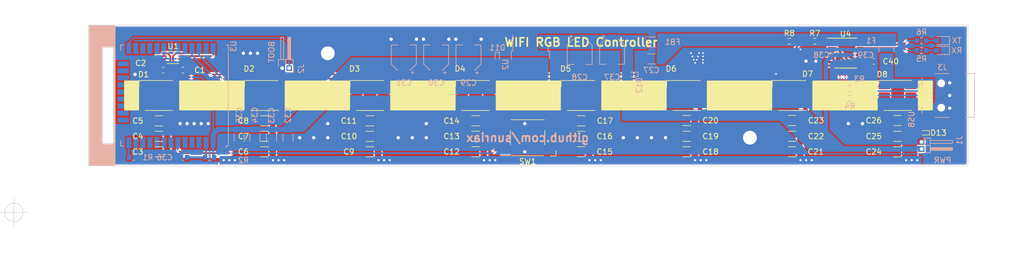
<source format=kicad_pcb>
(kicad_pcb (version 20211014) (generator pcbnew)
  (title_block (title "WIFI RGB LED Controller") (date "2022-03-14") (rev "1.0") (company "g.raf^engineering"))
  (layers (0 "F.Cu" signal) (31 "B.Cu" signal) (34 "B.Paste" user) (35 "F.Paste" user) (36 "B.SilkS" user "B.Silkscreen") (37 "F.SilkS" user "F.Silkscreen") (38 "B.Mask" user) (39 "F.Mask" user) (44 "Edge.Cuts" user))
  (net 0 "")
  (net 1 "+5V")
  (net 2 "GND")
  (net 3 "Net-(C27-Pad1)")
  (net 4 "VCC")
  (net 5 "+3V3")
  (net 6 "Net-(C36-Pad1)")
  (net 7 "Net-(D1-Pad1)")
  (net 8 "Net-(D1-Pad2)")
  (net 9 "Net-(D1-Pad5)")
  (net 10 "Net-(D1-Pad6)")
  (net 11 "Net-(D2-Pad5)")
  (net 12 "Net-(D2-Pad6)")
  (net 13 "Net-(D3-Pad5)")
  (net 14 "Net-(D3-Pad6)")
  (net 15 "Net-(D4-Pad5)")
  (net 16 "Net-(D4-Pad6)")
  (net 17 "Net-(D5-Pad5)")
  (net 18 "Net-(D5-Pad6)")
  (net 19 "Net-(D6-Pad5)")
  (net 20 "Net-(D6-Pad6)")
  (net 21 "Net-(D7-Pad5)")
  (net 22 "Net-(D7-Pad6)")
  (net 25 "Net-(D9-Pad2)")
  (net 26 "Net-(D10-Pad2)")
  (net 27 "Net-(F1-Pad2)")
  (net 28 "Net-(J2-Pad1)")
  (net 29 "Net-(J3-Pad2)")
  (net 30 "Net-(J3-Pad3)")
  (net 32 "Net-(R3-Pad2)")
  (net 33 "Net-(R4-Pad1)")
  (net 34 "Net-(R5-Pad2)")
  (net 35 "Net-(R6-Pad1)")
  (net 36 "Net-(SW1-Pad2)")
  (net 37 "CLK")
  (net 38 "DATA")
  (net 61 "TXD")
  (net 62 "RXD")
  (net 70 "Net-(C40-Pad1)")
  (net 71 "Net-(R1-Pad1)")
  (net 73 "Net-(U4-Pad1)")
  (footprint "Capacitor_SMD:C_1206_3216Metric" (layer "F.Cu") (at 190.5 93.4212 180)
    (fp_text reference "C23")
    (fp_text value "10n")
  )
  (footprint "Capacitor_SMD:C_1206_3216Metric" (layer "F.Cu") (at 152.4 99.06 180)
    (fp_text reference "C15")
    (fp_text value "100n")
  )
  (footprint "LED_SMD:LED_RGB_5050-6" (layer "F.Cu") (at 171.45 88.9)
    (fp_text reference "D6")
    (fp_text value "APA102")
  )
  (footprint "Capacitor_SMD:C_0603_1608Metric" (layer "F.Cu") (at 80.518 84.328)
    (fp_text reference "C1")
    (fp_text value "10n")
  )
  (footprint "Diode_SMD:D_SOD-923" (layer "F.Cu") (at 214.503 95.631 180)
    (fp_text reference "D13")
    (fp_text value "ESD9B5.0ST5G")
  )
  (footprint "Capacitor_SMD:C_1206_3216Metric" (layer "F.Cu") (at 114.3 96.266 180)
    (fp_text reference "C10")
    (fp_text value "100n")
  )
  (footprint "Capacitor_SMD:C_1206_3216Metric" (layer "F.Cu") (at 190.5 99.06 180)
    (fp_text reference "C21")
    (fp_text value "100n")
  )
  (footprint "LED_SMD:LED_RGB_5050-6" (layer "F.Cu") (at 190.5 88.9)
    (fp_text reference "D7")
    (fp_text value "APA102")
  )
  (footprint "Capacitor_SMD:C_1206_3216Metric" (layer "F.Cu") (at 95.25 93.472 180)
    (fp_text reference "C8")
    (fp_text value "10n")
  )
  (footprint "LED_SMD:LED_RGB_5050-6" (layer "F.Cu") (at 133.35 88.9)
    (fp_text reference "D4")
    (fp_text value "APA102")
  )
  (footprint "Capacitor_SMD:C_1206_3216Metric" (layer "F.Cu") (at 76.2 96.266 180)
    (fp_text reference "C4")
    (fp_text value "100n")
  )
  (footprint "Capacitor_SMD:C_1206_3216Metric" (layer "F.Cu") (at 171.45 99.06 180)
    (fp_text reference "C18")
    (fp_text value "100n")
  )
  (footprint "Capacitor_SMD:C_1206_3216Metric" (layer "F.Cu") (at 76.2 93.472 180)
    (fp_text reference "C5")
    (fp_text value "10n")
  )
  (footprint "Capacitor_SMD:C_0603_1608Metric" (layer "F.Cu") (at 76.962 84.328 180)
    (fp_text reference "C2")
    (fp_text value "10n")
  )
  (footprint "LED_SMD:LED_RGB_5050-6" (layer "F.Cu") (at 114.3 88.9)
    (fp_text reference "D3")
    (fp_text value "APA102")
  )
  (footprint "MountingHole:MountingHole_2.5mm_Pad" (layer "F.Cu") (at 182.88 96.52)
    (fp_text reference "H2" hide)
    (fp_text value "MountingHole_Pad")
  )
  (footprint "Package_SO:SSOP-16_3.9x4.9mm_P0.635mm" (layer "F.Cu") (at 200.152 81.28)
    (fp_text reference "U4")
    (fp_text value "FT230XS")
  )
  (footprint "LED_SMD:LED_RGB_5050-6" (layer "F.Cu") (at 152.4 88.9)
    (fp_text reference "D5")
    (fp_text value "APA102")
  )
  (footprint "Capacitor_SMD:C_1206_3216Metric" (layer "F.Cu") (at 95.25 96.266 180)
    (fp_text reference "C7")
    (fp_text value "100n")
  )
  (footprint "Capacitor_SMD:C_1206_3216Metric" (layer "F.Cu") (at 209.55 99.06 180)
    (fp_text reference "C24")
    (fp_text value "100n")
  )
  (footprint "Capacitor_SMD:C_1206_3216Metric" (layer "F.Cu") (at 171.45 93.4212 180)
    (fp_text reference "C20")
    (fp_text value "10n")
  )
  (footprint "LED_SMD:LED_RGB_5050-6" (layer "F.Cu") (at 209.55 88.9)
    (fp_text reference "D8")
    (fp_text value "APA102")
  )
  (footprint "Capacitor_SMD:C_1206_3216Metric" (layer "F.Cu") (at 152.4 96.266 180)
    (fp_text reference "C16")
    (fp_text value "100n")
  )
  (footprint "Capacitor_SMD:C_1206_3216Metric" (layer "F.Cu") (at 209.55 96.266 180)
    (fp_text reference "C25")
    (fp_text value "100n")
  )
  (footprint "Capacitor_SMD:C_0603_1608Metric" (layer "F.Cu") (at 205.25 82.75)
    (fp_text reference "C40")
    (fp_text value "100n")
  )
  (footprint "Capacitor_SMD:C_1206_3216Metric" (layer "F.Cu") (at 133.35 99.06 180)
    (fp_text reference "C12")
    (fp_text value "100n")
  )
  (footprint "Capacitor_SMD:C_1206_3216Metric" (layer "F.Cu") (at 114.3 99.06 180)
    (fp_text reference "C9")
    (fp_text value "100n")
  )
  (footprint "Button_Switch_SMD:SW_SPST_Omron_B3FS-100xP" (layer "F.Cu") (at 142.748 96.52 180)
    (fp_text reference "SW1")
    (fp_text value "SW_Push_Dual")
  )
  (footprint "MountingHole:MountingHole_2.5mm_Pad" (layer "F.Cu") (at 106.68 81.28)
    (fp_text reference "H1" hide)
    (fp_text value "MountingHole_Pad")
  )
  (footprint "Package_SO:VSSOP-8_2.3x2mm_P0.5mm" (layer "F.Cu") (at 78.74 82.042)
    (fp_text reference "U1")
    (fp_text value "74LVC2T45DC")
  )
  (footprint "Capacitor_SMD:C_1206_3216Metric" (layer "F.Cu") (at 209.55 93.4212 180)
    (fp_text reference "C26")
    (fp_text value "10n")
  )
  (footprint "Resistor_SMD:R_0603_1608Metric" (layer "F.Cu") (at 194.6 79.1)
    (fp_text reference "R7")
    (fp_text value "1k8")
  )
  (footprint "Capacitor_SMD:C_1206_3216Metric" (layer "F.Cu") (at 133.35 96.266 180)
    (fp_text reference "C13")
    (fp_text value "100n")
  )
  (footprint "Capacitor_SMD:C_1206_3216Metric" (layer "F.Cu") (at 190.5 96.266 180)
    (fp_text reference "C22")
    (fp_text value "100n")
  )
  (footprint "Capacitor_SMD:C_1206_3216Metric" (layer "F.Cu") (at 152.4 93.472 180)
    (fp_text reference "C17")
    (fp_text value "10n")
  )
  (footprint "LED_SMD:LED_RGB_5050-6" (layer "F.Cu") (at 76.2 88.9)
    (fp_text reference "D1")
    (fp_text value "APA102")
  )
  (footprint "Capacitor_SMD:C_1206_3216Metric" (layer "F.Cu") (at 171.45 96.266 180)
    (fp_text reference "C19")
    (fp_text value "100n")
  )
  (footprint "Resistor_SMD:R_0603_1608Metric" (layer "F.Cu") (at 190 79.1)
    (fp_text reference "R8")
    (fp_text value "3k3")
  )
  (footprint "Capacitor_SMD:C_1206_3216Metric" (layer "F.Cu") (at 76.2 99.06 180)
    (fp_text reference "C3")
    (fp_text value "100n")
  )
  (footprint "Capacitor_SMD:C_1206_3216Metric" (layer "F.Cu") (at 114.3 93.472 180)
    (fp_text reference "C11")
    (fp_text value "10n")
  )
  (footprint "LED_SMD:LED_RGB_5050-6" (layer "F.Cu") (at 95.25 88.9)
    (fp_text reference "D2")
    (fp_text value "APA102")
  )
  (footprint "Capacitor_SMD:C_1206_3216Metric" (layer "F.Cu") (at 133.35 93.472 180)
    (fp_text reference "C14")
    (fp_text value "10n")
  )
  (footprint "Capacitor_SMD:C_1206_3216Metric" (layer "F.Cu") (at 95.25 99.06 180)
    (fp_text reference "C6")
    (fp_text value "100n")
  )
  (footprint "RF_Module:ESP32-WROOM-32U" (layer "B.Cu") (at 78.994 88.9 90)
    (fp_text reference "U3")
    (fp_text value "ESP32-WROOM-32U")
  )
  (footprint "Capacitor_SMD:CP_Elec_4x5.8" (layer "B.Cu") (at 120.396 82.042 90)
    (fp_text reference "C31")
    (fp_text value "n.B.")
  )
  (footprint "Capacitor_SMD:C_1206_3216Metric" (layer "B.Cu") (at 90.678 96.5 -90)
    (fp_text reference "C35")
    (fp_text value "10n")
  )
  (footprint "Fuse:Fuse_1210_3225Metric" (layer "B.Cu") (at 207.518 80.518 -90)
    (fp_text reference "F1")
    (fp_text value "705m")
  )
  (footprint "Diode_SMD:D_SOD-923" (layer "B.Cu") (at 161.9 85.1 180)
    (fp_text reference "D12")
    (fp_text value "ESD9B3.3ST5G")
  )
  (footprint "Resistor_SMD:R_0603_1608Metric" (layer "B.Cu") (at 200.914 87.63 180)
    (fp_text reference "R3")
    (fp_text value "27")
  )
  (footprint "Resistor_SMD:R_0603_1608Metric" (layer "B.Cu") (at 213.868 78.994)
    (fp_text reference "R6")
    (fp_text value "140")
  )
  (footprint "Resistor_SMD:R_0603_1608Metric" (layer "B.Cu") (at 213.868 80.772 180)
    (fp_text reference "R5")
    (fp_text value "140")
  )
  (footprint "Package_TO_SOT_SMD:TO-252-2" (layer "B.Cu") (at 143.256 83.312 -90)
    (fp_text reference "U2")
    (fp_text value "LM1117-3.3")
  )
  (footprint "Capacitor_SMD:C_0603_1608Metric" (layer "B.Cu") (at 198.8 82.4 -90)
    (fp_text reference "C38")
    (fp_text value "100n")
  )
  (footprint "LED_SMD:LED_0603_1608Metric" (layer "B.Cu") (at 217.424 80.772 180)
    (fp_text reference "D9" hide)
    (fp_text value "LED")
  )
  (footprint "Resistor_SMD:R_0603_1608Metric" (layer "B.Cu") (at 85.344 100.076)
    (fp_text reference "R2")
    (fp_text value "3k3")
  )
  (footprint "Connector_PinHeader_1.27mm:PinHeader_1x02_P1.27mm_Horizontal" (layer "B.Cu") (at 99.71 83.959 90)
    (fp_text reference "J2")
    (fp_text value "Conn_01x02_Male")
  )
  (footprint "Capacitor_SMD:C_0603_1608Metric" (layer "B.Cu") (at 200.6 82.4 -90)
    (fp_text reference "C39")
    (fp_text value "100n")
  )
  (footprint "Capacitor_SMD:CP_Elec_4x5.8" (layer "B.Cu") (at 132.08 82.042 90)
    (fp_text reference "C29")
    (fp_text value "100u")
  )
  (footprint "Capacitor_SMD:C_0603_1608Metric" (layer "B.Cu") (at 80.518 100.076 180)
    (fp_text reference "C36")
    (fp_text value "100n")
  )
  (footprint "Connector_USB:USB_Mini-B_Wuerth_65100516121_Horizontal" (layer "B.Cu") (at 217.424 88.9 -90)
    (fp_text reference "J3")
    (fp_text value "USB_B_Mini")
  )
  (footprint "LED_SMD:LED_0603_1608Metric" (layer "B.Cu") (at 217.424 78.994 180)
    (fp_text reference "D10" hide)
    (fp_text value "LED")
  )
  (footprint "Resistor_SMD:R_0603_1608Metric" (layer "B.Cu") (at 200.914 89.408)
    (fp_text reference "R4")
    (fp_text value "27")
  )
  (footprint "Capacitor_SMD:C_1206_3216Metric" (layer "B.Cu") (at 165.1 82.296 180)
    (fp_text reference "C27")
    (fp_text value "10n")
  )
  (footprint "Capacitor_SMD:CP_Elec_4x5.8" (layer "B.Cu") (at 126.238 82.042 90)
    (fp_text reference "C30")
    (fp_text value "n.B.")
  )
  (footprint "Inductor_SMD:L_1206_3216Metric" (layer "B.Cu") (at 165.1 79.248)
    (fp_text reference "FB1")
    (fp_text value "FerriteBead")
  )
  (footprint "Resistor_SMD:R_0603_1608Metric" (layer "B.Cu") (at 71.628 100.076)
    (fp_text reference "R1")
    (fp_text value "3k3")
  )
  (footprint "Capacitor_SMD:C_1206_3216Metric" (layer "B.Cu") (at 93.5 96.5 -90)
    (fp_text reference "C34")
    (fp_text value "10n")
  )
  (footprint "Capacitor_SMD:CP_Elec_4x5.8" (layer "B.Cu") (at 158 81 -90)
    (fp_text reference "C37")
    (fp_text value "n.B.")
  )
  (footprint "Capacitor_SMD:C_1206_3216Metric" (layer "B.Cu") (at 99.5 96.5 -90)
    (fp_text reference "C32")
    (fp_text value "100n")
  )
  (footprint "Diode_SMD:D_SOD-923" (layer "B.Cu") (at 137.287 81.915 -90)
    (fp_text reference "D11")
    (fp_text value "ESD9B3.3ST5G")
  )
  (footprint "Connector_PinHeader_1.27mm:PinHeader_1x02_P1.27mm_Horizontal" (layer "B.Cu") (at 213.868 98.552)
    (fp_text reference "J1")
    (fp_text value "Conn_01x02_Male")
  )
  (footprint "Capacitor_SMD:C_1206_3216Metric" (layer "B.Cu") (at 96.5 96.5 -90)
    (fp_text reference "C33")
    (fp_text value "100n")
  )
  (footprint "Capacitor_SMD:CP_Elec_4x5.8" (layer "B.Cu") (at 152.146 81.026 -90)
    (fp_text reference "C28")
    (fp_text value "100u")
  )
  (gr_rect (start 68 97.6) (end 66 80.2) (layer "Edge.Cuts") (width 0.1) (fill none))
  (gr_rect (start 63.5 76.2) (end 222.25 101.6) (layer "Edge.Cuts") (width 0.1) (fill none))
  (gr_text "github.com/sunriax" (at 142.748 96.52) (layer "B.SilkS") (effects (font (size 1.5 1.5) (thickness 0.3)) (justify mirror)))
  (gr_text "WIFI RGB LED Controller" (at 152.4 79.3) (layer "F.SilkS") (effects (font (size 1.5 1.5) (thickness 0.3))))
  (target plus (at 50 110) (size 5) (width 0.1) (layer "Edge.Cuts"))
  (segment (start 76.708 86.106) (end 77.737 85.077) (width 0.3) (layer "F.Cu") (net 1))
  (segment (start 78.232 81.788) (end 77.736 81.292) (width 0.3) (layer "F.Cu") (net 1))
  (segment (start 77.737 83.807) (end 78.232 83.312) (width 0.3) (layer "F.Cu") (net 1))
  (segment (start 212.09 100.584) (end 211.074 100.584) (width 0.8) (layer "F.Cu") (net 1))
  (segment (start 175.006 100.584) (end 173.99 100.584) (width 0.8) (layer "F.Cu") (net 1))
  (segment (start 172.925 100.535) (end 172.974 100.584) (width 0.8) (layer "F.Cu") (net 1))
  (segment (start 77.737 84.328) (end 77.737 83.807) (width 0.3) (layer "F.Cu") (net 1))
  (segment (start 115.775 96.266) (end 115.775 99.06) (width 0.8) (layer "F.Cu") (net 1))
  (segment (start 77.392 90.6) (end 76.708 89.916) (width 0.3) (layer "F.Cu") (net 1))
  (segment (start 153.875 99.06) (end 153.875 100.535) (width 0.8) (layer "F.Cu") (net 1))
  (segment (start 192.9 90.6) (end 192.9 91.58) (width 0.8) (layer "F.Cu") (net 1))
  (segment (start 192.9 91.58) (end 191.975 92.505) (width 0.8) (layer "F.Cu") (net 1))
  (segment (start 87.884 100.584) (end 88.9 100.584) (width 0.8) (layer "F.Cu") (net 1))
  (segment (start 96.725 92.505) (end 96.725 93.472) (width 0.8) (layer "F.Cu") (net 1))
  (segment (start 97.79 100.584) (end 98.806 100.584) (width 0.8) (layer "F.Cu") (net 1))
  (segment (start 172.925 96.266) (end 172.925 99.06) (width 0.8) (layer "F.Cu") (net 1))
  (segment (start 77.675 96.266) (end 77.675 99.06) (width 0.8) (layer "F.Cu") (net 1))
  (segment (start 135.89 100.584) (end 136.906 100.584) (width 0.8) (layer "F.Cu") (net 1))
  (segment (start 153.924 100.584) (end 154.94 100.584) (width 0.8) (layer "F.Cu") (net 1))
  (segment (start 77.675 99.06) (end 77.675 99.773) (width 0.8) (layer "F.Cu") (net 1))
  (segment (start 76.708 89.916) (end 76.708 86.106) (width 0.3) (layer "F.Cu") (net 1))
  (segment (start 116.84 100.584) (end 117.856 100.584) (width 0.8) (layer "F.Cu") (net 1))
  (segment (start 194.056 100.584) (end 193.04 100.584) (width 0.8) (layer "F.Cu") (net 1))
  (segment (start 211.025 92.505) (end 211.025 93.4212) (width 0.8) (layer "F.Cu") (net 1))
  (segment (start 116.7 90.6) (end 116.7 91.58) (width 0.8) (layer "F.Cu") (net 1))
  (segment (start 96.774 100.584) (end 97.79 100.584) (width 0.8) (layer "F.Cu") (net 1))
  (segment (start 96.725 93.472) (end 96.725 96.266) (width 0.8) (layer "F.Cu") (net 1))
  (segment (start 211.025 100.535) (end 211.074 100.584) (width 0.8) (layer "F.Cu") (net 1))
  (segment (start 77.675 99.773) (end 78.486 100.584) (width 0.8) (layer "F.Cu") (net 1))
  (segment (start 115.824 100.584) (end 116.84 100.584) (width 0.8) (layer "F.Cu") (net 1))
  (segment (start 77.736 81.292) (end 77.19 81.292) (width 0.3) (layer "F.Cu") (net 1))
  (segment (start 115.775 92.505) (end 115.775 93.472) (width 0.8) (layer "F.Cu") (net 1))
  (segment (start 96.725 99.06) (end 96.725 100.535) (width 0.8) (layer "F.Cu") (net 1))
  (segment (start 97.65 91.58) (end 96.725 92.505) (width 0.8) (layer "F.Cu") (net 1))
  (segment (start 134.825 99.06) (end 134.825 100.535) (width 0.8) (layer "F.Cu") (net 1))
  (segment (start 193.04 100.584) (end 192.024 100.584) (width 0.8) (layer "F.Cu") (net 1))
  (segment (start 134.825 92.505) (end 134.825 93.472) (width 0.8) (layer "F.Cu") (net 1))
  (segment (start 96.725 100.535) (end 96.774 100.584) (width 0.8) (layer "F.Cu") (net 1))
  (segment (start 154.8 91.58) (end 153.875 92.505) (width 0.8) (layer "F.Cu") (net 1))
  (segment (start 172.974 100.584) (end 173.99 100.584) (width 0.8) (layer "F.Cu") (net 1))
  (segment (start 172.925 92.505) (end 172.925 93.4212) (width 0.8) (layer "F.Cu") (net 1))
  (segment (start 77.675 92.505) (end 77.675 93.472) (width 0.8) (layer "F.Cu") (net 1))
  (segment (start 155.956 100.584) (end 154.94 100.584) (width 0.8) (layer "F.Cu") (net 1))
  (segment (start 134.825 93.472) (end 134.825 96.266) (width 0.8) (layer "F.Cu") (net 1))
  (segment (start 96.725 96.266) (end 96.725 99.06) (width 0.8) (layer "F.Cu") (net 1))
  (segment (start 211.025 99.06) (end 211.025 96.266) (width 0.8) (layer "F.Cu") (net 1))
  (segment (start 211.025 93.4212) (end 211.025 96.266) (width 0.8) (layer "F.Cu") (net 1))
  (segment (start 115.775 93.472) (end 115.775 96.266) (width 0.8) (layer "F.Cu") (net 1))
  (segment (start 135.75 90.6) (end 135.75 91.58) (width 0.8) (layer "F.Cu") (net 1))
  (segment (start 77.737 85.077) (end 77.737 84.328) (width 0.3) (layer "F.Cu") (net 1))
  (segment (start 153.875 93.472) (end 153.875 96.266) (width 0.8) (layer "F.Cu") (net 1))
  (segment (start 97.65 90.6) (end 97.65 91.58) (width 0.8) (layer "F.Cu") (net 1))
  (segment (start 135.75 91.58) (end 134.825 92.505) (width 0.8) (layer "F.Cu") (net 1))
  (segment (start 173.85 90.6) (end 173.85 91.58) (width 0.8) (layer "F.Cu") (net 1))
  (segment (start 191.975 96.266) (end 191.975 99.06) (width 0.8) (layer "F.Cu") (net 1))
  (segment (start 173.85 91.58) (end 172.925 92.505) (width 0.8) (layer "F.Cu") (net 1))
  (segment (start 211.95 91.58) (end 211.025 92.505) (width 0.8) (layer "F.Cu") (net 1))
  (segment (start 115.775 100.535) (end 115.824 100.584) (width 0.8) (layer "F.Cu") (net 1))
  (segment (start 153.875 100.535) (end 153.924 100.584) (width 0.8) (layer "F.Cu") (net 1))
  (segment (start 116.7 91.58) (end 115.775 92.505) (width 0.8) (layer "F.Cu") (net 1))
  (segment (start 134.874 100.584) (end 135.89 100.584) (width 0.8) (layer "F.Cu") (net 1))
  (segment (start 191.975 93.4212) (end 191.975 96.266) (width 0.8) (layer "F.Cu") (net 1))
  (segment (start 213.106 100.584) (end 212.09 100.584) (width 0.8) (layer "F.Cu") (net 1))
  (segment (start 191.975 92.505) (end 191.975 93.4212) (width 0.8) (layer "F.Cu") (net 1))
  (segment (start 134.825 96.266) (end 134.825 99.06) (width 0.8) (layer "F.Cu") (net 1))
  (segment (start 211.025 99.06) (end 211.025 100.535) (width 0.8) (layer "F.Cu") (net 1))
  (segment (start 78.6 90.6) (end 77.392 90.6) (width 0.3) (layer "F.Cu") (net 1))
  (segment (start 78.6 91.58) (end 77.675 92.505) (width 0.8) (layer "F.Cu") (net 1))
  (segment (start 78.486 100.584) (end 87.884 100.584) (width 0.8) (layer "F.Cu") (net 1))
  (segment (start 191.975 99.06) (end 191.975 100.535) (width 0.8) (layer "F.Cu") (net 1))
  (segment (start 115.775 99.06) (end 115.775 100.535) (width 0.8) (layer "F.Cu") (net 1))
  (segment (start 153.875 96.266) (end 153.875 99.06) (width 0.8) (layer "F.Cu") (net 1))
  (segment (start 191.975 100.535) (end 192.024 100.584) (width 0.8) (layer "F.Cu") (net 1))
  (segment (start 78.6 90.6) (end 78.6 91.58) (width 0.8) (layer "F.Cu") (net 1))
  (segment (start 211.95 90.6) (end 211.95 91.58) (width 0.8) (layer "F.Cu") (net 1))
  (segment (start 153.875 92.505) (end 153.875 93.472) (width 0.8) (layer "F.Cu") (net 1))
  (segment (start 77.675 93.472) (end 77.675 96.266) (width 0.8) (layer "F.Cu") (net 1))
  (segment (start 154.8 90.6) (end 154.8 91.58) (width 0.8) (layer "F.Cu") (net 1))
  (segment (start 88.9 100.584) (end 89.916 100.584) (width 0.8) (layer "F.Cu") (net 1))
  (segment (start 172.925 93.4212) (end 172.925 96.266) (width 0.8) (layer "F.Cu") (net 1))
  (segment (start 78.232 83.312) (end 78.232 81.788) (width 0.3) (layer "F.Cu") (net 1))
  (segment (start 134.825 100.535) (end 134.874 100.584) (width 0.8) (layer "F.Cu") (net 1))
  (segment (start 172.925 99.06) (end 172.925 100.535) (width 0.8) (layer "F.Cu") (net 1))
  (via (at 88.9 100.584) (size 0.8) (drill 0.4) (layers "F.Cu" "B.Cu") (net 1))
  (via (at 115.824 100.584) (size 0.8) (drill 0.4) (layers "F.Cu" "B.Cu") (net 1))
  (via (at 194.056 100.584) (size 0.8) (drill 0.4) (layers "F.Cu" "B.Cu") (net 1))
  (via (at 117.856 100.584) (size 0.8) (drill 0.4) (layers "F.Cu" "B.Cu") (net 1))
  (via (at 213.106 100.584) (size 0.8) (drill 0.4) (layers "F.Cu" "B.Cu") (net 1))
  (via (at 136.906 100.584) (size 0.8) (drill 0.4) (layers "F.Cu" "B.Cu") (net 1))
  (via (at 154.94 100.584) (size 0.8) (drill 0.4) (layers "F.Cu" "B.Cu") (net 1))
  (via (at 116.84 100.584) (size 0.8) (drill 0.4) (layers "F.Cu" "B.Cu") (net 1))
  (via (at 175.006 100.584) (size 0.8) (drill 0.4) (layers "F.Cu" "B.Cu") (net 1))
  (via (at 155.956 100.584) (size 0.8) (drill 0.4) (layers "F.Cu" "B.Cu") (net 1))
  (via (at 89.916 100.584) (size 0.8) (drill 0.4) (layers "F.Cu" "B.Cu") (net 1))
  (via (at 98.806 100.584) (size 0.8) (drill 0.4) (layers "F.Cu" "B.Cu") (net 1))
  (via (at 172.974 100.584) (size 0.8) (drill 0.4) (layers "F.Cu" "B.Cu") (net 1))
  (via (at 211.074 100.584) (size 0.8) (drill 0.4) (layers "F.Cu" "B.Cu") (net 1))
  (via (at 193.04 100.584) (size 0.8) (drill 0.4) (layers "F.Cu" "B.Cu") (net 1))
  (via (at 192.024 100.584) (size 0.8) (drill 0.4) (layers "F.Cu" "B.Cu") (net 1))
  (via (at 97.79 100.584) (size 0.8) (drill 0.4) (layers "F.Cu" "B.Cu") (net 1))
  (via (at 135.89 100.584) (size 0.8) (drill 0.4) (layers "F.Cu" "B.Cu") (net 1))
  (via (at 87.884 100.584) (size 0.8) (drill 0.4) (layers "F.Cu" "B.Cu") (net 1))
  (via (at 96.774 100.584) (size 0.8) (drill 0.4) (layers "F.Cu" "B.Cu") (net 1))
  (via (at 212.09 100.584) (size 0.8) (drill 0.4) (layers "F.Cu" "B.Cu") (net 1))
  (via (at 134.874 100.584) (size 0.8) (drill 0.4) (layers "F.Cu" "B.Cu") (net 1))
  (via (at 173.99 100.584) (size 0.8) (drill 0.4) (layers "F.Cu" "B.Cu") (net 1))
  (via (at 153.924 100.584) (size 0.8) (drill 0.4) (layers "F.Cu" "B.Cu") (net 1))
  (via (at 106.68 96.52) (size 0.8) (drill 0.6) (layers "F.Cu" "B.Cu") (net 2))
  (via (at 160.02 96.52) (size 0.8) (drill 0.6) (layers "F.Cu" "B.Cu") (net 2))
  (via (at 174.4 83) (size 0.4) (drill 0.3) (layers "F.Cu" "B.Cu") (net 2))
  (via (at 172.25 81.25) (size 0.4) (drill 0.3) (layers "F.Cu" "B.Cu") (net 2))
  (via (at 165.1 96.52) (size 0.8) (drill 0.6) (layers "F.Cu" "B.Cu") (net 2))
  (via (at 173 83) (size 0.4) (drill 0.3) (layers "F.Cu" "B.Cu") (net 2))
  (via (at 174.4 82.45) (size 0.4) (drill 0.3) (layers "F.Cu" "B.Cu") (net 2))
  (via (at 174.4 81.85) (size 0.4) (drill 0.3) (layers "F.Cu" "B.Cu") (net 2))
  (via (at 218.948 88.9) (size 0.8) (drill 0.6) (layers "F.Cu" "B.Cu") (net 2))
  (via (at 203.2 93.98) (size 0.8) (drill 0.6) (layers "F.Cu" "B.Cu") (net 2))
  (via (at 122.682 78.74) (size 0.8) (drill 0.6) (layers "F.Cu" "B.Cu") (net 2))
  (via (at 81.28 93.98) (size 0.8) (drill 0.6) (layers "F.Cu" "B.Cu") (net 2))
  (via (at 134.366 78.74) (size 0.8) (drill 0.6) (layers "F.Cu" "B.Cu") (net 2))
  (via (at 124.46 96.52) (size 0.8) (drill 0.6) (layers "F.Cu" "B.Cu") (net 2))
  (via (at 118.11 78.74) (size 0.8) (drill 0.6) (layers "F.Cu" "B.Cu") (net 2))
  (via (at 167.64 96.52) (size 0.8) (drill 0.6) (layers "F.Cu" "B.Cu") (net 2))
  (via (at 92.71 81.28) (size 0.8) (drill 0.6) (layers "F.Cu" "B.Cu") (net 2))
  (via (at 104.14 96.52) (size 0.8) (drill 0.6) (layers "F.Cu" "B.Cu") (net 2))
  (via (at 123.952 78.74) (size 0.8) (drill 0.6) (layers "F.Cu" "B.Cu") (net 2))
  (via (at 85.09 93.98) (size 0.8) (drill 0.6) (layers "F.Cu" "B.Cu") (net 2))
  (via (at 172.75 82.45) (size 0.4) (drill 0.3) (layers "F.Cu" "B.Cu") (net 2))
  (via (at 142.24 93.98) (size 0.8) (drill 0.6) (layers "F.Cu" "B.Cu") (net 2))
  (via (at 129.794 78.74) (size 0.8) (drill 0.6) (layers "F.Cu" "B.Cu") (net 2))
  (via (at 119.38 96.52) (size 0.8) (drill 0.6) (layers "F.Cu" "B.Cu") (net 2))
  (via (at 218.948 91.186) (size 0.8) (drill 0.6) (layers "F.Cu" "B.Cu") (net 2))
  (via (at 93.98 81.28) (size 0.8) (drill 0.6) (layers "F.Cu" "B.Cu") (net 2))
  (via (at 82.55 93.98) (size 0.8) (drill 0.6) (layers "F.Cu" "B.Cu") (net 2))
  (via (at 173.7 81.25) (size 0.4) (drill 0.3) (layers "F.Cu" "B.Cu") (net 2))
  (via (at 121.92 96.52) (size 0.8) (drill 0.6) (layers "F.Cu" "B.Cu") (net 2))
  (via (at 174.4 81.25) (size 0.4) (drill 0.3) (layers "F.Cu" "B.Cu") (net 2))
  (via (at 142.24 99.06) (size 0.8) (drill 0.6) (layers "F.Cu" "B.Cu") (net 2))
  (via (at 194.8 82.7) (size 0.8) (drill 0.6) (layers "F.Cu" "B.Cu") (net 2))
  (via (at 200.66 93.98) (size 0.8) (drill 0.6) (layers "F.Cu" "B.Cu") (net 2))
  (via (at 101.6 96.52) (size 0.8) (drill 0.6) (layers "F.Cu" "B.Cu") (net 2))
  (via (at 162.56 96.52) (size 0.8) (drill 0.6) (layers "F.Cu" "B.Cu") (net 2))
  (via (at 71.882 85.09) (size 0.8) (drill 0.6) (layers "F.Cu" "B.Cu") (net 2))
  (via (at 172.5 81.85) (size 0.4) (drill 0.3) (layers "F.Cu" "B.Cu") (net 2))
  (via (at 173.3 82.45) (size 0.4) (drill 0.3) (layers "F.Cu" "B.Cu") (net 2))
  (via (at 218.948 86.614) (size 0.8) (drill 0.6) (layers "F.Cu" "B.Cu") (net 2))
  (via (at 128.524 78.74) (size 0.8) (drill 0.6) (layers "F.Cu" "B.Cu") (net 2))
  (via (at 193 82.7) (size 0.8) (drill 0.6) (layers "F.Cu" "B.Cu") (net 2))
  (via (at 106.68 93.98) (size 0.8) (drill 0.6) (layers "F.Cu" "B.Cu") (net 2))
  (via (at 124.46 93.98) (size 0.8) (drill 0.6) (layers "F.Cu" "B.Cu") (net 2))
  (via (at 187.6 85) (size 0.4) (drill 0.3) (layers "F.Cu" "B.Cu") (net 2))
  (via (at 173.5 81.85) (size 0.4) (drill 0.3) (layers "F.Cu" "B.Cu") (net 2))
  (via (at 83.82 93.98) (size 0.8) (drill 0.6) (layers "F.Cu" "B.Cu") (net 2))
  (via (at 91.44 81.28) (size 0.8) (drill 0.6) (layers "F.Cu" "B.Cu") (net 2))
  (via (at 192 80.6) (size 0.4) (drill 0.3) (layers "F.Cu" "B.Cu") (net 2))
  (via (at 80.01 93.98) (size 0.8) (drill 0.6) (layers "F.Cu" "B.Cu") (net 2))
  (segment (start 202.752 81.5975) (end 201.8475 81.5975) (width 0.4) (layer "F.Cu") (net 4))
  (via (at 201.8475 81.5975) (size 0.4) (drill 0.3) (layers "F.Cu" "B.Cu") (net 4))
  (segment (start 200.6 81.625) (end 198.8 81.625) (width 0.8) (layer "B.Cu") (net 4))
  (segment (start 197.2 82.2) (end 196.6 82.8) (width 0.8) (layer "B.Cu") (net 4))
  (segment (start 196.6 82.8) (end 196.6 96.8) (width 0.8) (layer "B.Cu") (net 4))
  (segment (start 201.8475 81.5975) (end 200.6275 81.5975) (width 0.4) (layer "B.Cu") (net 4))
  (segment (start 198.8 81.625) (end 197.775 81.625) (width 0.8) (layer "B.Cu") (net 4))
  (segment (start 197.775 81.625) (end 197.2 82.2) (width 0.8) (layer "B.Cu") (net 4))
  (segment (start 200.6275 81.5975) (end 200.6 81.625) (width 0.4) (layer "B.Cu") (net 4))
  (segment (start 79.743 84.328) (end 79.743 84.315) (width 0.3) (layer "F.Cu") (net 5))
  (segment (start 79.743 85.077) (end 79.743 84.328) (width 0.3) (layer "F.Cu") (net 5))
  (segment (start 78.74 81.788) (end 79.236 81.292) (width 0.3) (layer "F.Cu") (net 5))
  (segment (start 79.743 84.315) (end 78.74 83.312) (width 0.3) (layer "F.Cu") (net 5))
  (segment (start 80.264 85.598) (end 79.743 85.077) (width 0.3) (layer "F.Cu") (net 5))
  (segment (start 78.74 83.312) (end 78.74 81.788) (width 0.3) (layer "F.Cu") (net 5))
  (segment (start 79.236 81.292) (end 80.29 81.292) (width 0.3) (layer "F.Cu") (net 5))
  (segment (start 82.042 85.598) (end 80.264 85.598) (width 0.3) (layer "F.Cu") (net 5))
  (via (at 82.042 85.598) (size 0.4) (drill 0.3) (layers "F.Cu" "B.Cu") (net 5))
  (segment (start 86.839 95.025) (end 90.678 95.025) (width 0.9) (layer "B.Cu") (net 5))
  (segment (start 96.5 95.025) (end 93.5 95.025) (width 0.9) (layer "B.Cu") (net 5))
  (segment (start 93.5 95.025) (end 90.678 95.025) (width 0.9) (layer "B.Cu") (net 5))
  (segment (start 85.979 97.4) (end 85.979 99.886) (width 0.4) (layer "B.Cu") (net 5))
  (segment (start 83.82 85.598) (end 85.979 87.757) (width 0.3) (layer "B.Cu") (net 5))
  (segment (start 85.979 97.4) (end 85.979 95.885) (width 0.9) (layer "B.Cu") (net 5))
  (segment (start 85.979 87.757) (end 85.979 97.4) (width 0.3) (layer "B.Cu") (net 5))
  (segment (start 99.5 95.025) (end 96.5 95.025) (width 0.9) (layer "B.Cu") (net 5))
  (segment (start 85.979 95.885) (end 86.839 95.025) (width 0.9) (layer "B.Cu") (net 5))
  (segment (start 85.979 99.886) (end 86.169 100.076) (width 0.4) (layer "B.Cu") (net 5))
  (segment (start 82.042 85.598) (end 83.82 85.598) (width 0.3) (layer "B.Cu") (net 5))
  (segment (start 84.709 97.4) (end 84.709 99.886) (width 0.4) (layer "B.Cu") (net 6))
  (segment (start 84.709 99.886) (end 84.519 100.076) (width 0.4) (layer "B.Cu") (net 6))
  (segment (start 84.519 100.076) (end 81.293 100.076) (width 0.4) (layer "B.Cu") (net 6))
  (segment (start 75.743572 81.792) (end 77.19 81.792) (width 0.3) (layer "F.Cu") (net 7))
  (segment (start 74.09 87.2) (end 74.676 86.614) (width 0.3) (layer "F.Cu") (net 7))
  (segment (start 74.676 82.859572) (end 75.743572 81.792) (width 0.3) (layer "F.Cu") (net 7))
  (segment (start 73.8 87.2) (end 74.09 87.2) (width 0.3) (layer "F.Cu") (net 7))
  (segment (start 74.676 86.614) (end 74.676 82.859572) (width 0.3) (layer "F.Cu") (net 7))
  (segment (start 75.95 82.292) (end 77.19 82.292) (width 0.3) (layer "F.Cu") (net 8))
  (segment (start 75.38748 82.85452) (end 75.95 82.292) (width 0.3) (layer "F.Cu") (net 8))
  (segment (start 75.38748 88.18852) (end 75.38748 82.85452) (width 0.3) (layer "F.Cu") (net 8))
  (segment (start 73.8 88.9) (end 74.676 88.9) (width 0.3) (layer "F.Cu") (net 8))
  (segment (start 74.676 88.9) (end 75.38748 88.18852) (width 0.3) (layer "F.Cu") (net 8))
  (segment (start 90.55 87.85) (end 80.9 87.85) (width 0.25) (layer "F.Cu") (net 9))
  (segment (start 92.85 88.9) (end 91.6 88.9) (width 0.25) (layer "F.Cu") (net 9))
  (segment (start 91.6 88.9) (end 90.55 87.85) (width 0.25) (layer "F.Cu") (net 9))
  (segment (start 79.85 88.9) (end 78.6 88.9) (width 0.25) (layer "F.Cu") (net 9))
  (segment (start 80.9 87.85) (end 79.85 88.9) (width 0.25) (layer "F.Cu") (net 9))
  (segment (start 78.6 87.2) (end 92.85 87.2) (width 0.25) (layer "F.Cu") (net 10))
  (segment (start 97.65 88.9) (end 98.9 88.9) (width 0.25) (layer "F.Cu") (net 11))
  (segment (start 109.55 87.8) (end 110.65 88.9) (width 0.25) (layer "F.Cu") (net 11))
  (segment (start 98.9 88.9) (end 100 87.8) (width 0.25) (layer "F.Cu") (net 11))
  (segment (start 100 87.8) (end 109.55 87.8) (width 0.25) (layer "F.Cu") (net 11))
  (segment (start 110.65 88.9) (end 111.9 88.9) (width 0.25) (layer "F.Cu") (net 11))
  (segment (start 97.65 87.2) (end 111.9 87.2) (width 0.25) (layer "F.Cu") (net 12))
  (segment (start 119.05 87.8) (end 128.6 87.8) (width 0.25) (layer "F.Cu") (net 13))
  (segment (start 116.7 88.9) (end 117.95 88.9) (width 0.25) (layer "F.Cu") (net 13))
  (segment (start 128.6 87.8) (end 129.7 88.9) (width 0.25) (layer "F.Cu") (net 13))
  (segment (start 129.7 88.9) (end 130.95 88.9) (width 0.25) (layer "F.Cu") (net 13))
  (segment (start 117.95 88.9) (end 119.05 87.8) (width 0.25) (layer "F.Cu") (net 13))
  (segment (start 116.7 87.2) (end 130.95 87.2) (width 0.25) (layer "F.Cu") (net 14))
  (segment (start 135.75 88.9) (end 137 88.9) (width 0.25) (layer "F.Cu") (net 15))
  (segment (start 138.1 87.8) (end 147.65 87.8) (width 0.25) (layer "F.Cu") (net 15))
  (segment (start 148.75 88.9) (end 150 88.9) (width 0.25) (layer "F.Cu") (net 15))
  (segment (start 147.65 87.8) (end 148.75 88.9) (width 0.25) (layer "F.Cu") (net 15))
  (segment (start 137 88.9) (end 138.1 87.8) (width 0.25) (layer "F.Cu") (net 15))
  (segment (start 135.75 87.2) (end 150 87.2) (width 0.25) (layer "F.Cu") (net 16))
  (segment (start 166.7 87.8) (end 167.8 88.9) (width 0.25) (layer "F.Cu") (net 17))
  (segment (start 157.15 87.8) (end 166.7 87.8) (width 0.25) (layer "F.Cu") (net 17))
  (segment (start 156.05 88.9) (end 157.15 87.8) (width 0.25) (layer "F.Cu") (net 17))
  (segment (start 154.8 88.9) (end 156.05 88.9) (width 0.25) (layer "F.Cu") (net 17))
  (segment (start 167.8 88.9) (end 169.05 88.9) (width 0.25) (layer "F.Cu") (net 17))
  (segment (start 154.8 87.2) (end 169.05 87.2) (width 0.25) (layer "F.Cu") (net 18))
  (segment (start 175.1 88.9) (end 176.2 87.8) (width 0.25) (layer "F.Cu") (net 19))
  (segment (start 185.75 87.8) (end 186.85 88.9) (width 0.25) (layer "F.Cu") (net 19))
  (segment (start 186.85 88.9) (end 188.1 88.9) (width 0.25) (layer "F.Cu") (net 19))
  (segment (start 173.85 88.9) (end 175.1 88.9) (width 0.25) (layer "F.Cu") (net 19))
  (segment (start 176.2 87.8) (end 185.75 87.8) (width 0.25) (layer "F.Cu") (net 19))
  (segment (start 173.85 87.2) (end 188.1 87.2) (width 0.25) (layer "F.Cu") (net 20))
  (segment (start 194.15 88.9) (end 195.25 87.8) (width 0.25) (layer "F.Cu") (net 21))
  (segment (start 204.8 87.8) (end 205.9 88.9) (width 0.25) (layer "F.Cu") (net 21))
  (segment (start 205.9 88.9) (end 207.15 88.9) (width 0.25) (layer "F.Cu") (net 21))
  (segment (start 192.9 88.9) (end 194.15 88.9) (width 0.25) (layer "F.Cu") (net 21))
  (segment (start 195.25 87.8) (end 204.8 87.8) (width 0.25) (layer "F.Cu") (net 21))
  (segment (start 192.9 87.2) (end 207.15 87.2) (width 0.25) (layer "F.Cu") (net 22))
  (segment (start 214.693 80.772) (end 216.6365 80.772) (width 0.3) (layer "B.Cu") (net 25))
  (segment (start 214.693 78.994) (end 216.6365 78.994) (width 0.3) (layer "B.Cu") (net 26))
  (segment (start 71.628 78.486) (end 98.806 78.486) (width 0.25) (layer "B.Cu") (net 28))
  (segment (start 70.739 79.375) (end 71.628 78.486) (width 0.25) (layer "B.Cu") (net 28))
  (segment (start 99.71 79.39) (end 99.71 83.959) (width 0.25) (layer "B.Cu") (net 28))
  (segment (start 98.806 78.486) (end 99.71 79.39) (width 0.25) (layer "B.Cu") (net 28))
  (segment (start 70.739 80.4) (end 70.739 79.375) (width 0.25) (layer "B.Cu") (net 28))
  (segment (start 202.209 88.1) (end 214.824 88.1) (width 0.3) (layer "B.Cu") (net 29))
  (segment (start 201.739 87.63) (end 202.209 88.1) (width 0.3) (layer "B.Cu") (net 29))
  (segment (start 202.247 88.9) (end 214.824 88.9) (width 0.3) (layer "B.Cu") (net 30))
  (segment (start 201.739 89.408) (end 202.247 88.9) (width 0.3) (layer "B.Cu") (net 30))
  (segment (start 200.7235 83.5025) (end 200.089 84.137) (width 0.3) (layer "F.Cu") (net 32))
  (segment (start 202.752 83.5025) (end 200.7235 83.5025) (width 0.3) (layer "F.Cu") (net 32))
  (segment (start 200.089 84.137) (end 200.089 85.619423) (width 0.3) (layer "F.Cu") (net 32))
  (via (at 200.089 85.619423) (size 0.4) (drill 0.3) (layers "F.Cu" "B.Cu") (net 32))
  (segment (start 200.089 87.63) (end 200.089 85.619423) (width 0.3) (layer "B.Cu") (net 32))
  (segment (start 198.5645 83.5025) (end 199.136 84.074) (width 0.3) (layer "F.Cu") (net 33))
  (segment (start 199.136 84.074) (end 199.136 85.598) (width 0.3) (layer "F.Cu") (net 33))
  (segment (start 197.552 83.5025) (end 198.5645 83.5025) (width 0.3) (layer "F.Cu") (net 33))
  (via (at 199.136 85.598) (size 0.4) (drill 0.3) (layers "F.Cu" "B.Cu") (net 33))
  (segment (start 200.089 89.408) (end 199.898 89.408) (width 0.3) (layer "B.Cu") (net 33))
  (segment (start 199.898 89.408) (end 199.136 88.646) (width 0.3) (layer "B.Cu") (net 33))
  (segment (start 199.136 88.646) (end 199.136 85.598) (width 0.3) (layer "B.Cu") (net 33))
  (segment (start 202.752 80.3275) (end 210.6295 80.3275) (width 0.3) (layer "F.Cu") (net 34))
  (segment (start 210.6295 80.3275) (end 211.074 80.772) (width 0.3) (layer "F.Cu") (net 34))
  (via (at 211.074 80.772) (size 0.4) (drill 0.3) (layers "F.Cu" "B.Cu") (net 34))
  (segment (start 213.043 80.772) (end 211.074 80.772) (width 0.3) (layer "B.Cu") (net 34))
  (segment (start 202.752 79.6925) (end 210.6295 79.6925) (width 0.3) (layer "F.Cu") (net 35))
  (segment (start 210.6295 79.6925) (end 211.074 79.248) (width 0.3) (layer "F.Cu") (net 35))
  (via (at 211.074 79.248) (size 0.4) (drill 0.3) (layers "F.Cu" "B.Cu") (net 35))
  (segment (start 213.043 78.994) (end 211.328 78.994) (width 0.3) (layer "B.Cu") (net 35))
  (segment (start 211.328 78.994) (end 211.074 79.248) (width 0.3) (layer "B.Cu") (net 35))
  (segment (start 136.942 98.77) (end 136.652 99.06) (width 0.3) (layer "F.Cu") (net 36))
  (segment (start 80.264 99.314) (end 80.01 99.06) (width 0.3) (layer "F.Cu") (net 36))
  (segment (start 80.01 99.06) (end 79.756 98.806) (width 0.3) (layer "F.Cu") (net 36))
  (segment (start 89.154 99.314) (end 80.264 99.314) (width 0.3) (layer "F.Cu") (net 36))
  (segment (start 138.748 98.77) (end 136.942 98.77) (width 0.3) (layer "F.Cu") (net 36))
  (segment (start 138.748 94.27) (end 138.748 98.77) (width 0.3) (layer "F.Cu") (net 36))
  (via (at 136.652 99.06) (size 0.4) (drill 0.3) (layers "F.Cu" "B.Cu") (net 36))
  (via (at 79.756 98.806) (size 0.4) (drill 0.3) (layers "F.Cu" "B.Cu") (net 36))
  (via (at 89.154 99.314) (size 0.4) (drill 0.3) (layers "F.Cu" "B.Cu") (net 36))
  (segment (start 79.629 97.4) (end 79.629 98.679) (width 0.3) (layer "B.Cu") (net 36))
  (segment (start 136.652 99.06) (end 136.398 99.314) (width 0.3) (layer "B.Cu") (net 36))
  (segment (start 136.398 99.314) (end 89.154 99.314) (width 0.3) (layer "B.Cu") (net 36))
  (segment (start 79.629 98.679) (end 79.756 98.806) (width 0.3) (layer "B.Cu") (net 36))
  (segment (start 79.506 82.292) (end 79.502 82.296) (width 0.3) (layer "F.Cu") (net 37))
  (segment (start 80.29 82.292) (end 79.506 82.292) (width 0.3) (layer "F.Cu") (net 37))
  (via (at 79.502 82.296) (size 0.4) (drill 0.3) (layers "F.Cu" "B.Cu") (net 37))
  (segment (start 77.089 81.661) (end 77.724 82.296) (width 0.25) (layer "B.Cu") (net 37))
  (segment (start 77.089 80.4) (end 77.089 81.661) (width 0.25) (layer "B.Cu") (net 37))
  (segment (start 77.724 82.296) (end 79.502 82.296) (width 0.25) (layer "B.Cu") (net 37))
  (segment (start 85.848 81.792) (end 85.852 81.788) (width 0.3) (layer "F.Cu") (net 38))
  (segment (start 80.29 81.792) (end 85.848 81.792) (width 0.3) (layer "F.Cu") (net 38))
  (via (at 85.852 81.788) (size 0.4) (drill 0.3) (layers "F.Cu" "B.Cu") (net 38))
  (segment (start 85.979 81.661) (end 85.852 81.788) (width 0.3) (layer "B.Cu") (net 38))
  (segment (start 85.979 80.4) (end 85.979 81.661) (width 0.3) (layer "B.Cu") (net 38))
  (segment (start 85.598 85.09) (end 186.41 85.09) (width 0.25) (layer "F.Cu") (net 61))
  (segment (start 186.41 85.09) (end 192.4 79.1) (width 0.25) (layer "F.Cu") (net 61))
  (segment (start 190.825 79.1) (end 192.4 79.1) (width 0.25) (layer "F.Cu") (net 61))
  (segment (start 192.4 79.1) (end 193.775 79.1) (width 0.25) (layer "F.Cu") (net 61))
  (via (at 85.598 85.09) (size 0.4) (drill 0.3) (layers "F.Cu" "B.Cu") (net 61))
  (segment (start 82.169 81.661) (end 85.598 85.09) (width 0.3) (layer "B.Cu") (net 61))
  (segment (start 82.169 80.4) (end 82.169 81.661) (width 0.3) (layer "B.Cu") (net 61))
  (segment (start 192.7225 80.9625) (end 187.833 85.852) (width 0.25) (layer "F.Cu") (net 62))
  (segment (start 197.552 80.9625) (end 192.7225 80.9625) (width 0.25) (layer "F.Cu") (net 62))
  (segment (start 187.833 85.852) (end 87.63 85.852) (width 0.25) (layer "F.Cu") (net 62))
  (via (at 87.63 85.852) (size 0.4) (drill 0.3) (layers "F.Cu" "B.Cu") (net 62))
  (segment (start 83.439 80.4) (end 83.439 81.661) (width 0.3) (layer "B.Cu") (net 62))
  (segment (start 83.439 81.661) (end 84.836 83.058) (width 0.3) (layer "B.Cu") (net 62))
  (segment (start 84.836 83.058) (end 87.63 85.852) (width 0.3) (layer "B.Cu") (net 62))
  (segment (start 200.9775 82.8675) (end 202.752 82.8675) (width 0.3) (layer "F.Cu") (net 70))
  (segment (start 202.752 82.8675) (end 204.3575 82.8675) (width 0.3) (layer "F.Cu") (net 70))
  (segment (start 204.3575 82.8675) (end 204.475 82.75) (width 0.3) (layer "F.Cu") (net 70))
  (segment (start 202.752 82.2325) (end 202.752 82.49) (width 0.3) (layer "F.Cu") (net 70))
  (segment (start 197.552 80.3275) (end 198.4375 80.3275) (width 0.3) (layer "F.Cu") (net 70))
  (segment (start 202.752 82.49) (end 202.752 82.8675) (width 0.3) (layer "F.Cu") (net 70))
  (segment (start 198.4375 80.3275) (end 200.9775 82.8675) (width 0.3) (layer "F.Cu") (net 70))
  (segment (start 70.739 97.4) (end 70.739 100.012) (width 0.3) (layer "B.Cu") (net 71))
  (segment (start 70.739 100.012) (end 70.803 100.076) (width 0.3) (layer "B.Cu") (net 71))
  (segment (start 195.4675 79.0575) (end 195.425 79.1) (width 0.25) (layer "F.Cu") (net 73))
  (segment (start 197.552 79.0575) (end 195.4675 79.0575) (width 0.25) (layer "F.Cu") (net 73))
  (zone (net 1) (net_name "+5V") (layer "F.Cu") (priority 1) (connect_pads yes (clearance 0.254)) (min_thickness 0.254) (fill yes (thermal_gap 0.508) (thermal_bridge_width 0.508))
    (polygon (pts (xy 214.4 97.8) (xy 213.1 97.8) (xy 213.1 100) (xy 210.4 100) (xy 210.4 95.176) (xy 214.4 95.176)))
  )
  (zone (net 0) (net_name "") (layers F&B.Cu) (name "ANT") (connect_pads (clearance 0)) (min_thickness 0.254)
    (keepout (tracks not_allowed) (vias not_allowed) (pads not_allowed) (copperpour not_allowed) (footprints not_allowed))
    (fill (thermal_gap 0.508) (thermal_bridge_width 0.508))
    (polygon (pts (xy 68.326 101.6) (xy 63.5 101.6) (xy 63.5 76.2) (xy 68.326 76.2)))
  )
  (zone (net 2) (net_name "GND") (layers F&B.Cu) (connect_pads yes (clearance 0.254)) (min_thickness 0.254) (fill yes (thermal_gap 0.254) (thermal_bridge_width 0.254))
    (polygon (pts (xy 222.25 101.6) (xy 63.5 101.6) (xy 63.5 76.2) (xy 222.25 76.2)))
  )
  (zone (net 1) (net_name "+5V") (layer "B.Cu") (priority 1) (connect_pads yes (clearance 0.254)) (min_thickness 0.254) (fill yes (thermal_gap 0.508) (thermal_bridge_width 0.508))
    (polygon (pts (xy 213.868 101.6) (xy 87.122 101.6) (xy 87.122 99.822) (xy 213.868 99.822)))
  )
  (zone (net 27) (net_name "Net-(F1-Pad2)") (layer "B.Cu") (priority 1) (connect_pads yes (clearance 0.254)) (min_thickness 0.254) (fill yes (thermal_gap 0.508) (thermal_bridge_width 0.508))
    (polygon (pts (xy 208.788 85.852) (xy 216.154 85.852) (xy 216.154 87.63) (xy 206.248 87.63) (xy 206.248 81.28) (xy 208.788 81.28)))
  )
  (zone (net 4) (net_name "VCC") (layer "B.Cu") (priority 1) (connect_pads yes (clearance 0.254)) (min_thickness 0.254) (fill yes (thermal_gap 0.508) (thermal_bridge_width 0.508))
    (polygon (pts (xy 164.338 80.518) (xy 144.78 80.518) (xy 144.78 77.978) (xy 164.338 77.978)))
  )
  (zone (net 3) (net_name "Net-(C27-Pad1)") (layer "B.Cu") (priority 1) (connect_pads yes (clearance 0.254)) (min_thickness 0.254) (fill yes (thermal_gap 0.508) (thermal_bridge_width 0.508))
    (polygon (pts (xy 209.296 80.01) (xy 170.688 80.01) (xy 167.386 83.312) (xy 166.116 83.312) (xy 166.116 77.724) (xy 209.296 77.724)))
  )
  (zone (net 4) (net_name "VCC") (layer "B.Cu") (priority 1) (connect_pads yes (clearance 0.254)) (min_thickness 0.254) (fill yes (thermal_gap 0.508) (thermal_bridge_width 0.508))
    (polygon (pts (xy 161.798 91.44) (xy 193.294 91.44) (xy 199.898 98.044) (xy 214.376 98.044) (xy 214.376 99.06) (xy 193.802 99.06) (xy 188.214 93.472) (xy 159.766 93.472) (xy 159.766 77.978) (xy 161.798 77.978)))
  )
  (zone (net 5) (net_name "+3V3") (layer "B.Cu") (priority 1) (connect_pads yes (clearance 0.254)) (min_thickness 0.254) (fill yes (thermal_gap 0.508) (thermal_bridge_width 0.508))
    (polygon (pts (xy 146.512 88.646) (xy 109.22 88.646) (xy 102.362 95.504) (xy 98.552 95.504) (xy 98.552 94.488) (xy 110.998 82.042) (xy 146.512 82.042)))
  )
  (zone (net 0) (net_name "") (layers *.SilkS) (connect_pads (clearance 0.254)) (min_thickness 0.254) (fill yes (thermal_gap 0.508) (thermal_bridge_width 0.508))
    (polygon (pts (xy 68.326 101.6) (xy 63.5 101.6) (xy 63.5 76.2) (xy 68.326 76.2)))
  )
  (zone (net 0) (net_name "") (layer "F.SilkS") (connect_pads yes (clearance 0.508)) (min_thickness 0.254) (fill yes (thermal_gap 0.254) (thermal_bridge_width 0.254))
    (polygon (pts (xy 186.9 91.6) (xy 175.1 91.6) (xy 175.1 86.2) (xy 186.9 86.2)))
  )
  (zone (net 0) (net_name "") (layer "F.SilkS") (connect_pads yes (clearance 0.508)) (min_thickness 0.254) (fill yes (thermal_gap 0.254) (thermal_bridge_width 0.254))
    (polygon (pts (xy 129.75 91.6) (xy 117.95 91.6) (xy 117.95 86.2) (xy 129.75 86.2)))
  )
  (zone (net 0) (net_name "") (layer "F.SilkS") (connect_pads yes (clearance 0.508)) (min_thickness 0.254) (fill yes (thermal_gap 0.254) (thermal_bridge_width 0.254))
    (polygon (pts (xy 91.65 91.6) (xy 79.85 91.6) (xy 79.85 86.2) (xy 91.65 86.2)))
  )
  (zone (net 0) (net_name "") (layer "F.SilkS") (connect_pads yes (clearance 0.508)) (min_thickness 0.254) (fill yes (thermal_gap 0.254) (thermal_bridge_width 0.254))
    (polygon (pts (xy 215.9 91.6) (xy 213.2 91.6) (xy 213.2 86.2) (xy 215.9 86.2)))
  )
  (zone (net 0) (net_name "") (layer "F.SilkS") (connect_pads yes (clearance 0.508)) (min_thickness 0.254) (fill yes (thermal_gap 0.254) (thermal_bridge_width 0.254))
    (polygon (pts (xy 205.95 91.6) (xy 194.15 91.6) (xy 194.15 86.2) (xy 205.95 86.2)))
  )
  (zone (net 0) (net_name "") (layer "F.SilkS") (connect_pads yes (clearance 0.508)) (min_thickness 0.254) (fill yes (thermal_gap 0.254) (thermal_bridge_width 0.254))
    (polygon (pts (xy 167.85 91.6) (xy 156.05 91.6) (xy 156.05 86.2) (xy 167.85 86.2)))
  )
  (zone (net 0) (net_name "") (layer "F.SilkS") (connect_pads yes (clearance 0.508)) (min_thickness 0.254) (fill yes (thermal_gap 0.254) (thermal_bridge_width 0.254))
    (polygon (pts (xy 148.75 91.6) (xy 137 91.6) (xy 137 86.2) (xy 148.75 86.2)))
  )
  (zone (net 0) (net_name "") (layer "F.SilkS") (connect_pads yes (clearance 0.508)) (min_thickness 0.254) (fill yes (thermal_gap 0.254) (thermal_bridge_width 0.254))
    (polygon (pts (xy 110.7 91.6) (xy 98.9 91.6) (xy 98.9 86.2) (xy 110.7 86.2)))
  )
  (zone (net 0) (net_name "") (layer "F.SilkS") (connect_pads yes (clearance 0.508)) (min_thickness 0.254) (fill yes (thermal_gap 0.254) (thermal_bridge_width 0.254))
    (polygon (pts (xy 72.6 91.6) (xy 69.9 91.6) (xy 69.9 86.2) (xy 72.6 86.2)))
  )
)
</source>
